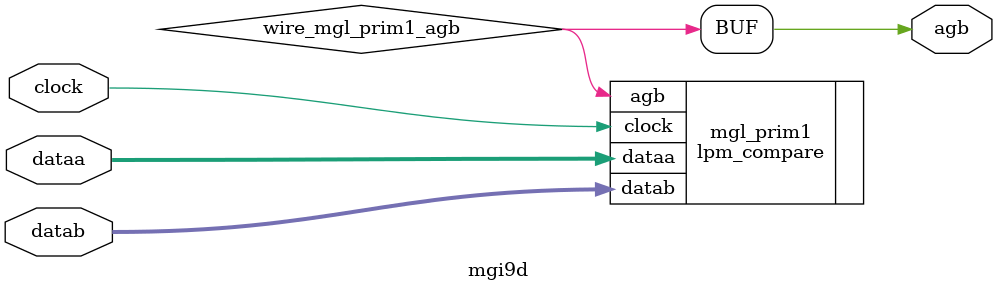
<source format=v>






//synthesis_resources = lpm_compare 1 
//synopsys translate_off
`timescale 1 ps / 1 ps
//synopsys translate_on
module  mgi9d
	( 
	agb,
	clock,
	dataa,
	datab) /* synthesis synthesis_clearbox=1 */;
	output   agb;
	input   clock;
	input   [15:0]  dataa;
	input   [15:0]  datab;

	wire  wire_mgl_prim1_agb;

	lpm_compare   mgl_prim1
	( 
	.agb(wire_mgl_prim1_agb),
	.clock(clock),
	.dataa(dataa),
	.datab(datab));
	defparam
		mgl_prim1.lpm_pipeline = 1,
		mgl_prim1.lpm_representation = "UNSIGNED",
		mgl_prim1.lpm_type = "LPM_COMPARE",
		mgl_prim1.lpm_width = 16;
	assign
		agb = wire_mgl_prim1_agb;
endmodule //mgi9d
//VALID FILE

</source>
